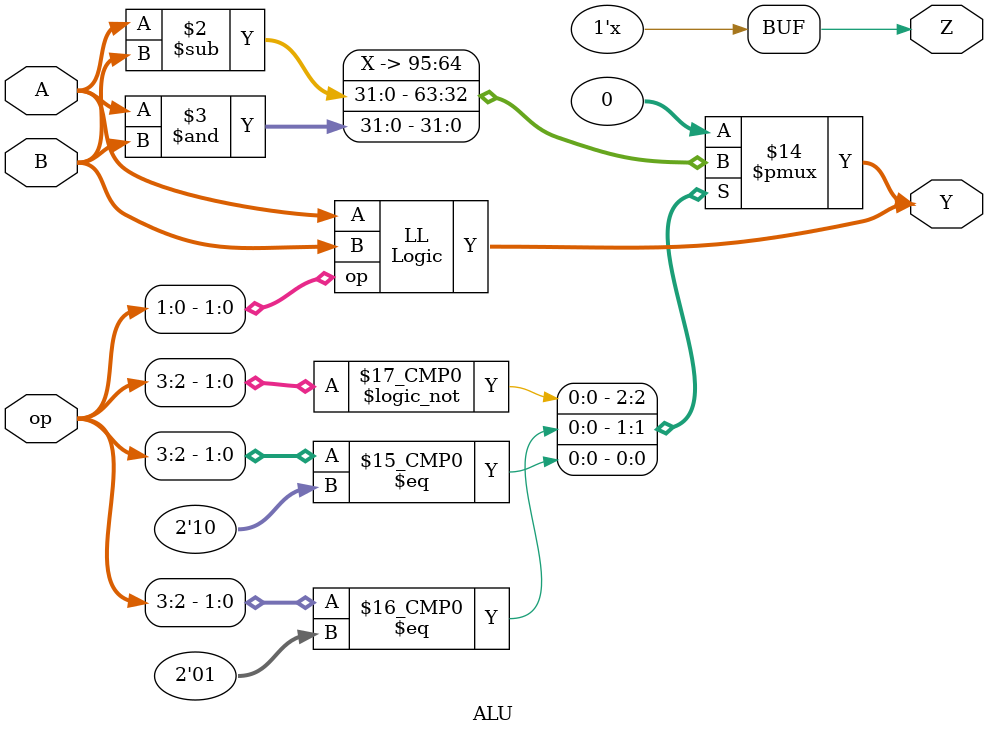
<source format=v>
module Mux #(parameter data = 8) (
    input s,
    input [data-1:0] A, B,
    output [data-1:0] Y);

    assign Y = s ? B : A;
endmodule

module Arithmetic (
    input op,
    input [31:0] A, B,
    output [31:0] Y
    );

    wire [31:0] add, sub;

    assign add = A + B; 
    assign sub = A - B; 

    Mux #(.data(32)) operation (
        .s(op),
        .A(add),
        .B(sub),
        .Y(Y)
    );
endmodule

module Logic (
    input [1:0] op,
    input [31:0] A, B,
    output [31:0] Y
    );
    
    wire [31:0] AND, OR, XOR, NOR, ANDOR, XORNOR;

    assign AND = A & B;
    assign OR = A | B;
    assign XOR = A ^ B;
    assign NOR = A ~| B;

    Mux #(.data(32)) andor (
        .s(op[0]),
        .A(AND),
        .B(OR),
        .Y(ANDOR)
    );

    Mux #(.data(32)) xornor (
        .s(op[0]),
        .A(XOR),
        .B(NOR),
        .Y(XORNOR)
    );
    
    Mux #(.data(32)) operation (
        .s(op[1]),
        .A(ANDOR),
        .B(XORNOR),
        .Y(Y)
    );
endmodule

module ALU (
    input [3:0] op,
    input [31:0] A, B,
    output [31:0] Y,
    output Z
    );

    wire [31:0] out_AL;
    Arithmetic AL (
        .op(op[1:0]),
        .A(A),
        .B(B),
        .Y(out_AL)
        );

    Logic LL (
        .op(op[1:0]),
        .A(A),
        .B(B),
        .Y(Y)
        );

    always @ (*) begin
        case (op[3:2])
            2'b00: begin
                
            end
            2'b01: Y <= A - B;
            2'b10: Y <= A & B;
            default: Y <= 32'b0;
        endcase
        Z <= |Y;
    end









    // parameter ADD = 4'b0000;
    // parameter SUB = 4'b0010;
    // parameter AND = 4'b0100;
    // parameter OR  = 4'b0101;
    // parameter XOR = 4'b0110;
    // parameter NOR = 4'b0111;
    // parameter SLT = 4'b1010;
    // always @ (*) begin
    //     case (op)
    //         ADD: Y <= A  + B;
    //         SUB: Y <= A  - B;
    //         AND: Y <= A  & B;
    //         OR:  Y <= A  | B;
    //         XOR: Y <= A  ^ B;
    //         NOR: Y <= A ~| B;
    //         SLT: Y <= (A - B < 0) ? 32'b1 : 32'b0;
    //         default: Y <= 32'b0;
    //     endcase
    //     Z <= |Y;
    // end
endmodule
</source>
